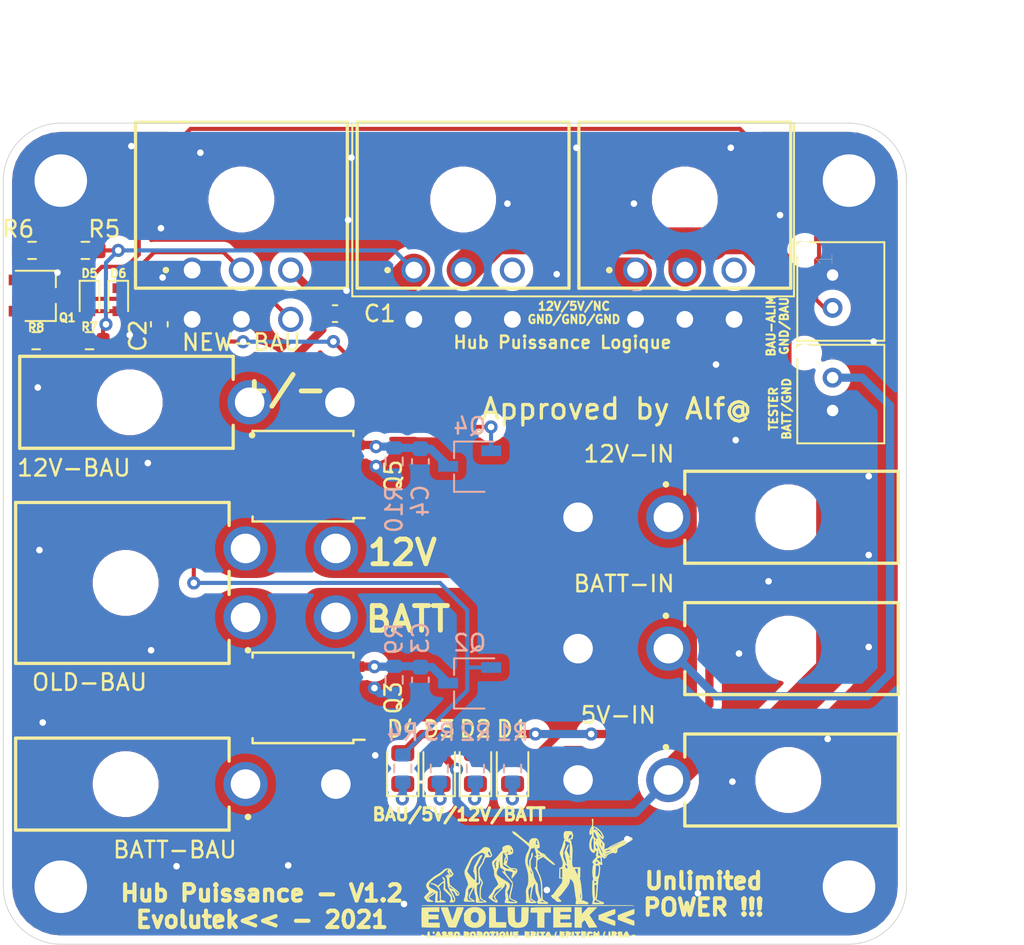
<source format=kicad_pcb>
(kicad_pcb (version 20171130) (host pcbnew "(5.1.8)-1")
  (layers (0 F.Cu signal) (31 B.Cu signal) (34 B.Paste user) (35 F.Paste user) (36 B.SilkS user) (37 F.SilkS user) (38 B.Mask user) (39 F.Mask user) (44 Edge.Cuts user))
  (net 0 "")
  (net 1 /12V-BAU)
  (net 2 GND)
  (net 3 +12V)
  (net 4 +5V)
  (net 5 /BATT-BAU)
  (net 6 +BATT)
  (net 7 "Net-(D1-Pad1)")
  (net 8 "Net-(D2-Pad1)")
  (net 9 "Net-(D3-Pad1)")
  (net 10 "Net-(D4-Pad1)")
  (net 11 "Net-(C3-Pad1)")
  (net 12 "Net-(BAU-ALIM1-Pad2)")
  (net 13 "Net-(C4-Pad1)")
  (net 14 /~BAU)
  (net 15 "Net-(D6-Pad1)")
  (net 16 "Net-(NEW-BAU1-Pad6)")
  (module ComponentsEvo:logo-evo-min (layer F.Cu) (at 52.05 65.85)
    (fp_text reference G*** hide)
    (fp_text value LOGO hide)
  )
  (module Package_TO_SOT_SMD:TSOT-23 (layer B.Cu) (at 48.4 40.9 180)
    (fp_text reference Q4 (at 0 2.45) (layer B.SilkS) (effects (justify mirror)))
    (fp_text value Q_NMOS_GSD)
    (pad 3 smd rect (at 1.31 0 180) (size 1.22 0.65) (layers B.Cu B.Paste B.Mask) (net 13 "Net-(C4-Pad1)"))
    (pad 2 smd rect (at -1.31 -0.95 180) (size 1.22 0.65) (layers B.Cu B.Paste B.Mask) (net 2 GND))
    (pad 1 smd rect (at -1.31 0.95 180) (size 1.22 0.65) (layers B.Cu B.Paste B.Mask) (net 14 /~BAU))
  )
  (module MountingHole:MountingHole_3.2mm_M3_ISO7380_Pad (layer F.Cu) (at 23.5 66.5)
    (fp_text reference REF** hide)
    (fp_text value MountingHole_3.2mm_M3_ISO7380_Pad)
    (pad 1 thru_hole circle (at 0 0) (size 5.7 5.7) (drill 3.2) (layers *.Cu *.Mask) (net 2 GND))
  )
  (module MountingHole:MountingHole_3.2mm_M3_ISO7380_Pad (layer F.Cu) (at 71.5 66.5)
    (fp_text reference REF** hide)
    (fp_text value MountingHole_3.2mm_M3_ISO7380_Pad)
    (pad 1 thru_hole circle (at 0 0) (size 5.7 5.7) (drill 3.2) (layers *.Cu *.Mask) (net 2 GND))
  )
  (module MountingHole:MountingHole_3.2mm_M3_ISO7380_Pad (layer F.Cu) (at 71.5 23.5)
    (fp_text reference REF** hide)
    (fp_text value MountingHole_3.2mm_M3_ISO7380_Pad)
    (pad 1 thru_hole circle (at 0 0) (size 5.7 5.7) (drill 3.2) (layers *.Cu *.Mask) (net 2 GND))
  )
  (module MountingHole:MountingHole_3.2mm_M3_ISO7380_Pad (layer F.Cu) (at 23.5 23.5)
    (fp_text reference REF** hide)
    (fp_text value MountingHole_3.2mm_M3_ISO7380_Pad)
    (pad 1 thru_hole circle (at 0 0) (size 5.7 5.7) (drill 3.2) (layers *.Cu *.Mask) (net 2 GND))
  )
  (module Resistor_SMD:R_0603_1608Metric (layer F.Cu) (at 25 27.75 180)
    (fp_text reference R5 (at -1.15 1.3) (layer F.SilkS))
    (fp_text value 10k)
    (pad 2 smd roundrect (at 0.825 0 180) (size 0.8 0.95) (layers F.Cu F.Paste F.Mask) (net 16 "Net-(NEW-BAU1-Pad6)"))
    (pad 1 smd roundrect (at -0.825 0 180) (size 0.8 0.95) (layers F.Cu F.Paste F.Mask) (net 3 +12V))
  )
  (module Resistor_SMD:R_0603_1608Metric (layer F.Cu) (at 21.75 27.75)
    (fp_text reference R6 (at -0.85 -1.3) (layer F.SilkS))
    (fp_text value 10k)
    (pad 2 smd roundrect (at 0.825 0) (size 0.8 0.95) (layers F.Cu F.Paste F.Mask) (net 16 "Net-(NEW-BAU1-Pad6)"))
    (pad 1 smd roundrect (at -0.825 0) (size 0.8 0.95) (layers F.Cu F.Paste F.Mask) (net 2 GND))
  )
  (module ComponentsEvo:PowerPak-SO8_5.15x6.15mm_Pitch1.27mm (layer F.Cu) (at 38.25 55 180)
    (fp_text reference Q3 (at -5.5 0 90) (layer F.SilkS))
    (fp_text value Q_NMOS_SGD)
    (pad 1 smd rect (at -2.885 -1.905 180) (size 1.7 0.65) (layers F.Cu F.Paste F.Mask) (net 6 +BATT))
    (pad 1 smd rect (at -2.885 -0.635 180) (size 1.7 0.65) (layers F.Cu F.Paste F.Mask) (net 6 +BATT))
    (pad 1 smd rect (at -2.885 0.635 180) (size 1.7 0.65) (layers F.Cu F.Paste F.Mask) (net 6 +BATT))
    (pad 2 smd rect (at -2.885 1.905 180) (size 1.7 0.65) (layers F.Cu F.Paste F.Mask) (net 11 "Net-(C3-Pad1)"))
    (pad 3 smd rect (at 2.885 1.905 180) (size 1.7 0.65) (layers F.Cu F.Paste F.Mask) (net 5 /BATT-BAU))
    (pad 3 smd rect (at 2.885 0.635 180) (size 1.7 0.65) (layers F.Cu F.Paste F.Mask) (net 5 /BATT-BAU))
    (pad 3 smd rect (at 2.885 -0.635 180) (size 1.7 0.65) (layers F.Cu F.Paste F.Mask) (net 5 /BATT-BAU))
    (pad 3 smd rect (at 2.885 -1.905 180) (size 1.7 0.65) (layers F.Cu F.Paste F.Mask) (net 5 /BATT-BAU))
    (pad 3 smd rect (at 0.68 0 180) (size 3.81 3.81) (layers F.Cu F.Paste F.Mask) (net 5 /BATT-BAU))
  )
  (module ConnectorsEvo:66200621022 (layer F.Cu) (at 48 25 180)
    (fp_text reference OUT2 hide)
    (fp_text value Conn_01x06_Male)
    (pad None np_thru_hole circle (at 0 0.35 180) (size 3 3) (drill 3) (layers *.Cu *.Mask))
    (pad 6 thru_hole circle (at -3 -6.95 180) (size 1.53 1.53) (drill 1.02) (layers *.Cu *.Mask) (net 2 GND))
    (pad 3 thru_hole circle (at -3 -3.95 180) (size 1.53 1.53) (drill 1.02) (layers *.Cu *.Mask))
    (pad 5 thru_hole circle (at 0 -6.95 180) (size 1.53 1.53) (drill 1.02) (layers *.Cu *.Mask) (net 2 GND))
    (pad 2 thru_hole circle (at 0 -3.95 180) (size 1.53 1.53) (drill 1.02) (layers *.Cu *.Mask) (net 4 +5V))
    (pad 4 thru_hole circle (at 3 -6.95 180) (size 1.53 1.53) (drill 1.02) (layers *.Cu *.Mask) (net 2 GND))
    (pad 1 thru_hole circle (at 3 -3.95 180) (size 1.53 1.53) (drill 1.02) (layers *.Cu *.Mask) (net 3 +12V))
  )
  (module Package_TO_SOT_SMD:TSOT-23 (layer B.Cu) (at 48.4 54.1 180)
    (fp_text reference Q2 (at 0 2.45) (layer B.SilkS) (effects (justify mirror)))
    (fp_text value Q_NMOS_GSD)
    (pad 1 smd rect (at -1.31 0.95 180) (size 1.22 0.65) (layers B.Cu B.Paste B.Mask) (net 14 /~BAU))
    (pad 2 smd rect (at -1.31 -0.95 180) (size 1.22 0.65) (layers B.Cu B.Paste B.Mask) (net 2 GND))
    (pad 3 smd rect (at 1.31 0 180) (size 1.22 0.65) (layers B.Cu B.Paste B.Mask) (net 11 "Net-(C3-Pad1)"))
  )
  (module ComponentsEvo:PowerPak-SO8_5.15x6.15mm_Pitch1.27mm (layer F.Cu) (at 38.25 41.5 180)
    (fp_text reference Q5 (at -5.5 0 90) (layer F.SilkS))
    (fp_text value Q_NMOS_SGD)
    (pad 3 smd rect (at 0.68 0 180) (size 3.81 3.81) (layers F.Cu F.Paste F.Mask) (net 1 /12V-BAU))
    (pad 3 smd rect (at 2.885 -1.905 180) (size 1.7 0.65) (layers F.Cu F.Paste F.Mask) (net 1 /12V-BAU))
    (pad 3 smd rect (at 2.885 -0.635 180) (size 1.7 0.65) (layers F.Cu F.Paste F.Mask) (net 1 /12V-BAU))
    (pad 3 smd rect (at 2.885 0.635 180) (size 1.7 0.65) (layers F.Cu F.Paste F.Mask) (net 1 /12V-BAU))
    (pad 3 smd rect (at 2.885 1.905 180) (size 1.7 0.65) (layers F.Cu F.Paste F.Mask) (net 1 /12V-BAU))
    (pad 2 smd rect (at -2.885 1.905 180) (size 1.7 0.65) (layers F.Cu F.Paste F.Mask) (net 13 "Net-(C4-Pad1)"))
    (pad 1 smd rect (at -2.885 0.635 180) (size 1.7 0.65) (layers F.Cu F.Paste F.Mask) (net 3 +12V))
    (pad 1 smd rect (at -2.885 -0.635 180) (size 1.7 0.65) (layers F.Cu F.Paste F.Mask) (net 3 +12V))
    (pad 1 smd rect (at -2.885 -1.905 180) (size 1.7 0.65) (layers F.Cu F.Paste F.Mask) (net 3 +12V))
  )
  (module Capacitor_SMD:C_0603_1608Metric (layer F.Cu) (at 29.5 32.25 90)
    (fp_text reference C2 (at -0.7 -1.3 270) (layer F.SilkS))
    (fp_text value 100nF)
    (pad 2 smd roundrect (at 0.775 0 90) (size 0.9 0.95) (layers F.Cu F.Paste F.Mask) (net 2 GND))
    (pad 1 smd roundrect (at -0.775 0 90) (size 0.9 0.95) (layers F.Cu F.Paste F.Mask) (net 14 /~BAU))
  )
  (module Capacitor_SMD:C_0603_1608Metric (layer B.Cu) (at 45.4 53.9 270)
    (fp_text reference C3 (at -2.55 0 90) (layer B.SilkS) (effects (justify mirror)))
    (fp_text value 4.7uF)
    (pad 1 smd roundrect (at -0.775 0 270) (size 0.9 0.95) (layers B.Cu B.Paste B.Mask) (net 11 "Net-(C3-Pad1)"))
    (pad 2 smd roundrect (at 0.775 0 270) (size 0.9 0.95) (layers B.Cu B.Paste B.Mask) (net 2 GND))
  )
  (module Capacitor_SMD:C_0603_1608Metric (layer B.Cu) (at 45.4 40.6 270)
    (fp_text reference C4 (at 2.4 0 270) (layer B.SilkS) (effects (justify mirror)))
    (fp_text value 4.7uF)
    (pad 1 smd roundrect (at -0.775 0 270) (size 0.9 0.95) (layers B.Cu B.Paste B.Mask) (net 13 "Net-(C4-Pad1)"))
    (pad 2 smd roundrect (at 0.775 0 270) (size 0.9 0.95) (layers B.Cu B.Paste B.Mask) (net 2 GND))
  )
  (module Resistor_SMD:R_0603_1608Metric (layer F.Cu) (at 22 33.25 180)
    (fp_text reference R8 (at 0 0.8 180) (layer F.SilkS) (effects (font (size 0.5 0.5) (thickness 0.125))))
    (fp_text value 10k)
    (pad 1 smd roundrect (at -0.825 0 180) (size 0.8 0.95) (layers F.Cu F.Paste F.Mask) (net 14 /~BAU))
    (pad 2 smd roundrect (at 0.825 0 180) (size 0.8 0.95) (layers F.Cu F.Paste F.Mask) (net 2 GND))
  )
  (module Resistor_SMD:R_0603_1608Metric (layer F.Cu) (at 25.25 33.25 180)
    (fp_text reference R7 (at 0 0.85) (layer F.SilkS) (effects (font (size 0.5 0.5) (thickness 0.125))))
    (fp_text value 10k)
    (pad 1 smd roundrect (at -0.825 0 180) (size 0.8 0.95) (layers F.Cu F.Paste F.Mask) (net 3 +12V))
    (pad 2 smd roundrect (at 0.825 0 180) (size 0.8 0.95) (layers F.Cu F.Paste F.Mask) (net 14 /~BAU))
  )
  (module Capacitor_SMD:C_0603_1608Metric (layer F.Cu) (at 40.2 31.6 180)
    (fp_text reference C1 (at -2.725 0) (layer F.SilkS))
    (fp_text value 100nF)
    (pad 2 smd roundrect (at 0.775 0 180) (size 0.9 0.95) (layers F.Cu F.Paste F.Mask) (net 1 /12V-BAU))
    (pad 1 smd roundrect (at -0.775 0 180) (size 0.9 0.95) (layers F.Cu F.Paste F.Mask) (net 2 GND))
  )
  (module Resistor_SMD:R_0603_1608Metric (layer B.Cu) (at 43.8 53.9 270)
    (fp_text reference R9 (at -2.5 0 90) (layer B.SilkS) (effects (justify mirror)))
    (fp_text value 10k)
    (pad 1 smd roundrect (at -0.825 0 270) (size 0.8 0.95) (layers B.Cu B.Paste B.Mask) (net 11 "Net-(C3-Pad1)"))
    (pad 2 smd roundrect (at 0.825 0 270) (size 0.8 0.95) (layers B.Cu B.Paste B.Mask) (net 6 +BATT))
  )
  (module Resistor_SMD:R_0603_1608Metric (layer B.Cu) (at 43.8 40.6 270)
    (fp_text reference R10 (at 2.9 0 270) (layer B.SilkS) (effects (justify mirror)))
    (fp_text value 10k)
    (pad 1 smd roundrect (at -0.825 0 270) (size 0.8 0.95) (layers B.Cu B.Paste B.Mask) (net 13 "Net-(C4-Pad1)"))
    (pad 2 smd roundrect (at 0.825 0 270) (size 0.8 0.95) (layers B.Cu B.Paste B.Mask) (net 3 +12V))
  )
  (module Diode_SMD:D_SOD-523 (layer F.Cu) (at 27 30.75 270)
    (fp_text reference D6 (at -1.6 0) (layer F.SilkS) (effects (font (size 0.5 0.5) (thickness 0.125))))
    (fp_text value D)
    (pad 1 smd rect (at -0.7 0 90) (size 0.6 0.7) (layers F.Cu F.Paste F.Mask) (net 15 "Net-(D6-Pad1)"))
    (pad 2 smd rect (at 0.7 0 90) (size 0.6 0.7) (layers F.Cu F.Paste F.Mask) (net 14 /~BAU))
  )
  (module Diode_SMD:D_SOD-523 (layer F.Cu) (at 25.25 30.75 270)
    (fp_text reference D5 (at -1.6 0) (layer F.SilkS) (effects (font (size 0.5 0.5) (thickness 0.125))))
    (fp_text value D)
    (pad 2 smd rect (at 0.7 0 90) (size 0.6 0.7) (layers F.Cu F.Paste F.Mask) (net 14 /~BAU))
    (pad 1 smd rect (at -0.7 0 90) (size 0.6 0.7) (layers F.Cu F.Paste F.Mask) (net 12 "Net-(BAU-ALIM1-Pad2)"))
  )
  (module ConnectorsEvo:66200621022 (layer F.Cu) (at 34.5 25 180)
    (fp_text reference NEW-BAU (at 0 -8.35 180) (layer F.SilkS))
    (fp_text value Conn_01x06_Male)
    (pad None np_thru_hole circle (at 0 0.35 180) (size 3 3) (drill 3) (layers *.Cu *.Mask))
    (pad 6 thru_hole circle (at -3 -6.95 180) (size 1.53 1.53) (drill 1.02) (layers *.Cu *.Mask) (net 16 "Net-(NEW-BAU1-Pad6)"))
    (pad 3 thru_hole circle (at -3 -3.95 180) (size 1.53 1.53) (drill 1.02) (layers *.Cu *.Mask) (net 1 /12V-BAU))
    (pad 5 thru_hole circle (at 0 -6.95 180) (size 1.53 1.53) (drill 1.02) (layers *.Cu *.Mask) (net 2 GND))
    (pad 2 thru_hole circle (at 0 -3.95 180) (size 1.53 1.53) (drill 1.02) (layers *.Cu *.Mask) (net 15 "Net-(D6-Pad1)"))
    (pad 4 thru_hole circle (at 3 -6.95 180) (size 1.53 1.53) (drill 1.02) (layers *.Cu *.Mask) (net 2 GND))
    (pad 1 thru_hole circle (at 3 -3.95 180) (size 1.53 1.53) (drill 1.02) (layers *.Cu *.Mask) (net 2 GND))
  )
  (module LED_SMD:LED_0805_2012Metric (layer F.Cu) (at 46.542 59.3 90)
    (fp_text reference D3 (at 2.4 0 180) (layer F.SilkS))
    (fp_text value RED)
    (pad 2 smd roundrect (at 0.9375 0 90) (size 0.975 1.4) (layers F.Cu F.Paste F.Mask) (net 4 +5V))
    (pad 1 smd roundrect (at -0.9375 0 90) (size 0.975 1.4) (layers F.Cu F.Paste F.Mask) (net 9 "Net-(D3-Pad1)"))
  )
  (module LED_SMD:LED_0805_2012Metric (layer F.Cu) (at 44.326 59.3 90)
    (fp_text reference D4 (at 2.4 0 180) (layer F.SilkS))
    (fp_text value YELLOW)
    (pad 1 smd roundrect (at -0.9375 0 90) (size 0.975 1.4) (layers F.Cu F.Paste F.Mask) (net 10 "Net-(D4-Pad1)"))
    (pad 2 smd roundrect (at 0.9375 0 90) (size 0.975 1.4) (layers F.Cu F.Paste F.Mask) (net 3 +12V))
  )
  (module Resistor_SMD:R_0603_1608Metric (layer B.Cu) (at 48.75 59.3 90)
    (fp_text reference R2 (at 2.2 0) (layer B.SilkS) (effects (justify mirror)))
    (fp_text value 510)
    (pad 2 smd roundrect (at 0.825 0 90) (size 0.8 0.95) (layers B.Cu B.Paste B.Mask) (net 2 GND))
    (pad 1 smd roundrect (at -0.825 0 90) (size 0.8 0.95) (layers B.Cu B.Paste B.Mask) (net 8 "Net-(D2-Pad1)"))
  )
  (module Resistor_SMD:R_0603_1608Metric (layer B.Cu) (at 46.55 59.3 90)
    (fp_text reference R3 (at 2.2 0) (layer B.SilkS) (effects (justify mirror)))
    (fp_text value 150)
    (pad 1 smd roundrect (at -0.825 0 90) (size 0.8 0.95) (layers B.Cu B.Paste B.Mask) (net 9 "Net-(D3-Pad1)"))
    (pad 2 smd roundrect (at 0.825 0 90) (size 0.8 0.95) (layers B.Cu B.Paste B.Mask) (net 2 GND))
  )
  (module Resistor_SMD:R_0603_1608Metric (layer B.Cu) (at 44.326 59.3 90)
    (fp_text reference R4 (at 2.2 0) (layer B.SilkS) (effects (justify mirror)))
    (fp_text value 510)
    (pad 2 smd roundrect (at 0.825 0 90) (size 0.8 0.95) (layers B.Cu B.Paste B.Mask) (net 14 /~BAU))
    (pad 1 smd roundrect (at -0.825 0 90) (size 0.8 0.95) (layers B.Cu B.Paste B.Mask) (net 10 "Net-(D4-Pad1)"))
  )
  (module LED_SMD:LED_0805_2012Metric (layer F.Cu) (at 48.75 59.3 90)
    (fp_text reference D2 (at 2.4 0 180) (layer F.SilkS))
    (fp_text value RED)
    (pad 1 smd roundrect (at -0.9375 0 90) (size 0.975 1.4) (layers F.Cu F.Paste F.Mask) (net 8 "Net-(D2-Pad1)"))
    (pad 2 smd roundrect (at 0.9375 0 90) (size 0.975 1.4) (layers F.Cu F.Paste F.Mask) (net 3 +12V))
  )
  (module LED_SMD:LED_0805_2012Metric (layer F.Cu) (at 51.012 59.3 90)
    (fp_text reference D1 (at 2.4 0 180) (layer F.SilkS))
    (fp_text value RED)
    (pad 2 smd roundrect (at 0.9375 0 90) (size 0.975 1.4) (layers F.Cu F.Paste F.Mask) (net 6 +BATT))
    (pad 1 smd roundrect (at -0.9375 0 90) (size 0.975 1.4) (layers F.Cu F.Paste F.Mask) (net 7 "Net-(D1-Pad1)"))
  )
  (module Resistor_SMD:R_0603_1608Metric (layer B.Cu) (at 51.012 59.3 90)
    (fp_text reference R1 (at 2.2 0) (layer B.SilkS) (effects (justify mirror)))
    (fp_text value 820)
    (pad 2 smd roundrect (at 0.825 0 90) (size 0.8 0.95) (layers B.Cu B.Paste B.Mask) (net 2 GND))
    (pad 1 smd roundrect (at -0.825 0 90) (size 0.8 0.95) (layers B.Cu B.Paste B.Mask) (net 7 "Net-(D1-Pad1)"))
  )
  (module ConnectorsEvo:66200621022 (layer F.Cu) (at 61.5 25 180)
    (fp_text reference OUT1 hide)
    (fp_text value Conn_01x06_Male)
    (pad 1 thru_hole circle (at 3 -3.95 180) (size 1.53 1.53) (drill 1.02) (layers *.Cu *.Mask) (net 3 +12V))
    (pad 4 thru_hole circle (at 3 -6.95 180) (size 1.53 1.53) (drill 1.02) (layers *.Cu *.Mask) (net 2 GND))
    (pad 2 thru_hole circle (at 0 -3.95 180) (size 1.53 1.53) (drill 1.02) (layers *.Cu *.Mask) (net 4 +5V))
    (pad 5 thru_hole circle (at 0 -6.95 180) (size 1.53 1.53) (drill 1.02) (layers *.Cu *.Mask) (net 2 GND))
    (pad 3 thru_hole circle (at -3 -3.95 180) (size 1.53 1.53) (drill 1.02) (layers *.Cu *.Mask))
    (pad 6 thru_hole circle (at -3 -6.95 180) (size 1.53 1.53) (drill 1.02) (layers *.Cu *.Mask) (net 2 GND))
    (pad None np_thru_hole circle (at 0 0.35 180) (size 3 3) (drill 3) (layers *.Cu *.Mask))
  )
  (module ConnectorsEvo:649002227222 (layer F.Cu) (at 27.25 60.25 270)
    (fp_text reference BATT-BAU (at 4 -3.2 unlocked) (layer F.SilkS))
    (fp_text value Conn_01x02_Male)
    (pad None np_thru_hole circle (at 0 -0.2 270) (size 3 3) (drill 3) (layers *.Cu *.Mask))
    (pad 2 thru_hole circle (at 0 -13 270) (size 2.7 2.7) (drill 1.8) (layers *.Cu *.Mask) (net 2 GND))
    (pad 1 thru_hole circle (at 0 -7.5 270) (size 2.7 2.7) (drill 1.8) (layers *.Cu *.Mask) (net 5 /BATT-BAU))
  )
  (module ConnectorsEvo:649002227222 (layer F.Cu) (at 27.5 37 270)
    (fp_text reference 12V-BAU (at 4 3.2 unlocked) (layer F.SilkS))
    (fp_text value Conn_01x02_Male)
    (pad 1 thru_hole circle (at 0 -7.5 270) (size 2.7 2.7) (drill 1.8) (layers *.Cu *.Mask) (net 1 /12V-BAU))
    (pad 2 thru_hole circle (at 0 -13 270) (size 2.7 2.7) (drill 1.8) (layers *.Cu *.Mask) (net 2 GND))
    (pad None np_thru_hole circle (at 0 -0.2 270) (size 3 3) (drill 3) (layers *.Cu *.Mask))
  )
  (module ConnectorsEvo:649002227222 (layer F.Cu) (at 68 44 90)
    (fp_text reference 12V-IN (at 3.85 -9.9 180) (layer F.SilkS))
    (fp_text value Conn_01x02_Male)
    (pad None np_thru_hole circle (at 0 -0.2 90) (size 3 3) (drill 3) (layers *.Cu *.Mask))
    (pad 2 thru_hole circle (at 0 -13 90) (size 2.7 2.7) (drill 1.8) (layers *.Cu *.Mask) (net 2 GND))
    (pad 1 thru_hole circle (at 0 -7.5 90) (size 2.7 2.7) (drill 1.8) (layers *.Cu *.Mask) (net 3 +12V))
  )
  (module ConnectorsEvo:649002227222 (layer F.Cu) (at 68 60 90)
    (fp_text reference 5V-IN (at 3.95 -10.55 180) (layer F.SilkS))
    (fp_text value Conn_01x02_Male)
    (pad 1 thru_hole circle (at 0 -7.5 90) (size 2.7 2.7) (drill 1.8) (layers *.Cu *.Mask) (net 4 +5V))
    (pad 2 thru_hole circle (at 0 -13 90) (size 2.7 2.7) (drill 1.8) (layers *.Cu *.Mask) (net 2 GND))
    (pad None np_thru_hole circle (at 0 -0.2 90) (size 3 3) (drill 3) (layers *.Cu *.Mask))
  )
  (module ConnectorsEvo:649002227222 (layer F.Cu) (at 68 52 90)
    (fp_text reference BATT-IN (at 3.95 -10.2 180) (layer F.SilkS))
    (fp_text value Conn_01x02_Male)
    (pad None np_thru_hole circle (at 0 -0.2 90) (size 3 3) (drill 3) (layers *.Cu *.Mask))
    (pad 2 thru_hole circle (at 0 -13 90) (size 2.7 2.7) (drill 1.8) (layers *.Cu *.Mask) (net 2 GND))
    (pad 1 thru_hole circle (at 0 -7.5 90) (size 2.7 2.7) (drill 1.8) (layers *.Cu *.Mask) (net 6 +BATT))
  )
  (module ConnectorsEvo:649004227222 (layer F.Cu) (at 27.25 48 270)
    (fp_text reference OLD-BAU (at 6.05 2 unlocked) (layer F.SilkS))
    (fp_text value Conn_01x04_Male)
    (pad None np_thru_hole circle (at 0 -0.2 270) (size 3 3) (drill 3) (layers *.Cu *.Mask))
    (pad 4 thru_hole circle (at -2.1 -13 270) (size 2.7 2.7) (drill 1.8) (layers *.Cu *.Mask) (net 3 +12V))
    (pad 2 thru_hole circle (at -2.1 -7.5 270) (size 2.7 2.7) (drill 1.8) (layers *.Cu *.Mask) (net 1 /12V-BAU))
    (pad 3 thru_hole circle (at 2.1 -13 270) (size 2.7 2.7) (drill 1.8) (layers *.Cu *.Mask) (net 6 +BATT))
    (pad 1 thru_hole circle (at 2.1 -7.5 270) (size 2.7 2.7) (drill 1.8) (layers *.Cu *.Mask) (net 5 /BATT-BAU))
  )
  (module ConnectorsEvo:B02B-PASK (layer F.Cu) (at 70.5 30.25 90)
    (fp_text reference BAU-ALIM1 hide)
    (fp_text value Conn_01x02_Male)
    (fp_text user 1 (at 1.968 -0.5 90) (layer F.SilkS) (effects (font (thickness 0.015))))
    (pad None np_thru_hole circle (at 2.5 -1.7 90) (size 1.1 1.1) (drill 1.1) (layers *.Cu *.Mask))
    (pad 2 thru_hole circle (at -1 0 90) (size 1.208 1.208) (drill 0.7) (layers *.Cu *.Mask) (net 12 "Net-(BAU-ALIM1-Pad2)"))
    (pad 1 thru_hole circle (at 1 0 90) (size 1.208 1.208) (drill 0.7) (layers *.Cu *.Mask B.Adhes) (net 2 GND))
  )
  (module ConnectorsEvo:B02B-PASK (layer F.Cu) (at 70.5 36.5 90)
    (fp_text reference Tester1 hide)
    (fp_text value Conn_01x02_Male)
    (fp_text user 1 (at 1.968 -0.5 90) (layer F.SilkS) (effects (font (thickness 0.015))))
    (pad 1 thru_hole circle (at 1 0 90) (size 1.208 1.208) (drill 0.7) (layers *.Cu *.Mask B.Adhes) (net 6 +BATT))
    (pad 2 thru_hole circle (at -1 0 90) (size 1.208 1.208) (drill 0.7) (layers *.Cu *.Mask) (net 2 GND))
    (pad None np_thru_hole circle (at 2.5 -1.7 90) (size 1.1 1.1) (drill 1.1) (layers *.Cu *.Mask))
  )
  (module Package_TO_SOT_SMD:TSOT-23 (layer F.Cu) (at 22.25 30.5)
    (fp_text reference Q1 (at 1.65 1.35) (layer F.SilkS) (effects (font (size 0.5 0.5) (thickness 0.125))))
    (fp_text value Q_NMOS_GSD)
    (pad 1 smd rect (at -1.31 -0.95) (size 1.22 0.65) (layers F.Cu F.Paste F.Mask) (net 16 "Net-(NEW-BAU1-Pad6)"))
    (pad 2 smd rect (at -1.31 0.95) (size 1.22 0.65) (layers F.Cu F.Paste F.Mask) (net 2 GND))
    (pad 3 smd rect (at 1.31 0) (size 1.22 0.65) (layers F.Cu F.Paste F.Mask) (net 14 /~BAU))
  )
  (gr_text "12V/5V/NC\nGND/GND/GND" (at 54.75 31.55) (layer F.SilkS) (effects (font (size 0.5 0.5) (thickness 0.125))))
  (gr_text "Hub Puissance Logique" (at 54.05 33.35) (layer F.SilkS) (effects (font (size 0.75 0.75))))
  (gr_line (start 68.15 30.55) (end 68.15 20) (layer F.SilkS) (width 0.12))
  (gr_line (start 41.25 30.55) (end 68.15 30.55) (layer F.SilkS) (width 0.12))
  (gr_line (start 41.25 20) (end 41.25 30.55) (layer F.SilkS) (width 0.12))
  (gr_text BAU/5V/12V/BATT (at 47.75 62.1) (layer F.SilkS) (effects (font (size 0.75 0.75) (thickness 0.1875))))
  (gr_text 12V (at 44.3 46.15) (layer F.SilkS) (effects (font (size 1.5 1.5) (thickness 0.3))))
  (gr_text BATT (at 44.65 50.2) (layer F.SilkS) (effects (font (size 1.5 1.5) (thickness 0.3))))
  (gr_text "BAU-ALIM\nGND/BAU\n" (at 67.15 32.35 90) (layer F.SilkS) (effects (font (size 0.5 0.5) (thickness 0.125))))
  (gr_text "Unlimited\nPOWER !!!" (at 62.65 66.95) (layer F.SilkS) (effects (font (size 1 1) (thickness 0.25))))
  (gr_text "TESTER\nBATT/GND" (at 67.3 37.4 90) (layer F.SilkS) (effects (font (size 0.5 0.5) (thickness 0.125))))
  (gr_text +/- (at 37 36.2) (layer F.SilkS) (effects (font (size 1.5 1.5) (thickness 0.3))))
  (gr_text "Approved by Alf@" (at 57.35 37.4) (layer F.SilkS) (effects (font (size 1.25 1.25) (thickness 0.2))))
  (gr_text "Hub Puissance - V1.2\nEvolutek<< - 2021" (at 35.75 67.7) (layer F.SilkS) (effects (font (size 1 1) (thickness 0.25))))
  (gr_arc (start 23.5 66.5) (end 20 66.5) (angle -90) (layer Edge.Cuts) (width 0.05))
  (gr_arc (start 23.5 23.5) (end 23.5 20) (angle -90) (layer Edge.Cuts) (width 0.05))
  (gr_arc (start 71.5 23.5) (end 75 23.5) (angle -90) (layer Edge.Cuts) (width 0.05))
  (gr_arc (start 71.5 66.5) (end 71.5 70) (angle -90) (layer Edge.Cuts) (width 0.05))
  (gr_line (start 20 66.5) (end 20 23.5) (layer Edge.Cuts) (width 0.05))
  (gr_line (start 71.5 70) (end 23.5 70) (layer Edge.Cuts) (width 0.05))
  (gr_line (start 75 23.5) (end 75 66.5) (layer Edge.Cuts) (width 0.05))
  (gr_line (start 23.5 20) (end 71.5 20) (layer Edge.Cuts) (width 0.05))
  (segment (start 39.425 32.575) (end 39.425 31.6) (width 0.5) (layer F.Cu) (net 1))
  (segment (start 35 37) (end 39.425 32.575) (width 0.5) (layer F.Cu) (net 1))
  (segment (start 39.425 30.875) (end 37.5 28.95) (width 0.5) (layer F.Cu) (net 1))
  (segment (start 39.425 31.6) (end 39.425 30.875) (width 0.5) (layer F.Cu) (net 1))
  (via (at 40.9 30.2) (size 0.8) (drill 0.4) (layers F.Cu B.Cu) (net 2))
  (via (at 41 25.9) (size 0.8) (drill 0.4) (layers F.Cu B.Cu) (net 2))
  (via (at 41.2 22.1) (size 0.8) (drill 0.4) (layers F.Cu B.Cu) (net 2))
  (via (at 32 21.8) (size 0.8) (drill 0.4) (layers F.Cu B.Cu) (net 2))
  (via (at 29.6 26.4) (size 0.8) (drill 0.4) (layers F.Cu B.Cu) (net 2))
  (via (at 54.9 21.5) (size 0.8) (drill 0.4) (layers F.Cu B.Cu) (net 2))
  (via (at 50.7 24.9) (size 0.8) (drill 0.4) (layers F.Cu B.Cu) (net 2))
  (via (at 58.4 24.9) (size 0.8) (drill 0.4) (layers F.Cu B.Cu) (net 2))
  (via (at 64.3 21.5) (size 0.8) (drill 0.4) (layers F.Cu B.Cu) (net 2))
  (via (at 67.3 25.6) (size 0.8) (drill 0.4) (layers F.Cu B.Cu) (net 2))
  (via (at 53.7 29.2) (size 0.8) (drill 0.4) (layers F.Cu B.Cu) (net 2))
  (via (at 63.4 34.7) (size 0.8) (drill 0.4) (layers F.Cu B.Cu) (net 2))
  (via (at 64.6 39.3) (size 0.8) (drill 0.4) (layers F.Cu B.Cu) (net 2))
  (via (at 66.6 47.9) (size 0.8) (drill 0.4) (layers F.Cu B.Cu) (net 2))
  (via (at 64.8 52.3) (size 0.8) (drill 0.4) (layers F.Cu B.Cu) (net 2))
  (via (at 73 33.3) (size 0.8) (drill 0.4) (layers F.Cu B.Cu) (net 2))
  (via (at 72.7 41.5) (size 0.8) (drill 0.4) (layers F.Cu B.Cu) (net 2))
  (via (at 72.7 46.3) (size 0.8) (drill 0.4) (layers F.Cu B.Cu) (net 2))
  (via (at 72.7 51.9) (size 0.8) (drill 0.4) (layers F.Cu B.Cu) (net 2))
  (via (at 70.2 57.5) (size 0.8) (drill 0.4) (layers F.Cu B.Cu) (net 2))
  (via (at 64.4 60.1) (size 0.8) (drill 0.4) (layers F.Cu B.Cu) (net 2))
  (via (at 58 63.6) (size 0.8) (drill 0.4) (layers F.Cu B.Cu) (net 2))
  (via (at 62.3 66.9) (size 0.8) (drill 0.4) (layers F.Cu B.Cu) (net 2))
  (via (at 53.1 66.7) (size 0.8) (drill 0.4) (layers F.Cu B.Cu) (net 2))
  (via (at 44.4 67.55) (size 0.8) (drill 0.4) (layers F.Cu B.Cu) (net 2))
  (via (at 37.35 65.2) (size 0.8) (drill 0.4) (layers F.Cu B.Cu) (net 2))
  (via (at 30.55 65.25) (size 0.8) (drill 0.4) (layers F.Cu B.Cu) (net 2))
  (via (at 42.65 58.5) (size 0.8) (drill 0.4) (layers F.Cu B.Cu) (net 2))
  (via (at 22.4 56.5) (size 0.8) (drill 0.4) (layers F.Cu B.Cu) (net 2))
  (via (at 29 52.1) (size 0.8) (drill 0.4) (layers F.Cu B.Cu) (net 2))
  (via (at 22.2 46) (size 0.8) (drill 0.4) (layers F.Cu B.Cu) (net 2))
  (via (at 28.8 40.7) (size 0.8) (drill 0.4) (layers F.Cu B.Cu) (net 2))
  (via (at 22.1 36.1) (size 0.8) (drill 0.4) (layers F.Cu B.Cu) (net 2))
  (via (at 23.3 29.1) (size 0.8) (drill 0.4) (layers F.Cu B.Cu) (net 2))
  (via (at 27.7 32.9) (size 0.8) (drill 0.4) (layers F.Cu B.Cu) (net 2))
  (via (at 27.8 21.4) (size 0.8) (drill 0.4) (layers F.Cu B.Cu) (net 2))
  (via (at 29.7 29.4) (size 0.8) (drill 0.4) (layers F.Cu B.Cu) (net 2))
  (via (at 26.25 32.25) (size 0.8) (drill 0.4) (layers F.Cu B.Cu) (net 3))
  (segment (start 26.075 32.425) (end 26.25 32.25) (width 0.25) (layer F.Cu) (net 3))
  (segment (start 26.075 33.25) (end 26.075 32.425) (width 0.25) (layer F.Cu) (net 3))
  (via (at 27 27.75) (size 0.8) (drill 0.4) (layers F.Cu B.Cu) (net 3))
  (segment (start 26.25 28.5) (end 27 27.75) (width 0.25) (layer B.Cu) (net 3))
  (segment (start 26.25 32.25) (end 26.25 28.5) (width 0.25) (layer B.Cu) (net 3))
  (segment (start 27 27.75) (end 25.825 27.75) (width 0.25) (layer F.Cu) (net 3))
  (segment (start 43.8 27.75) (end 45 28.95) (width 0.25) (layer B.Cu) (net 3))
  (segment (start 27 27.75) (end 43.8 27.75) (width 0.25) (layer B.Cu) (net 3))
  (segment (start 43.034999 32.893201) (end 44.441798 34.3) (width 2) (layer F.Cu) (net 3))
  (segment (start 43.034999 30.915001) (end 43.034999 32.893201) (width 2) (layer F.Cu) (net 3))
  (segment (start 45 28.95) (end 43.034999 30.915001) (width 2) (layer F.Cu) (net 3))
  (segment (start 44.441798 34.3) (end 53.241798 34.3) (width 2) (layer F.Cu) (net 3))
  (segment (start 57.9 34.3) (end 60.5 36.9) (width 2) (layer F.Cu) (net 3))
  (segment (start 60.5 36.9) (end 60.5 44) (width 2) (layer F.Cu) (net 3))
  (segment (start 53.241798 34.3) (end 57.9 34.3) (width 2) (layer F.Cu) (net 3))
  (segment (start 57.514991 29.185009) (end 58.5 29.185009) (width 2) (layer F.Cu) (net 3))
  (segment (start 55.1 31.6) (end 57.514991 29.185009) (width 2) (layer F.Cu) (net 3))
  (segment (start 55.1 34.3) (end 55.1 31.6) (width 2) (layer F.Cu) (net 3))
  (via (at 42.7 40.9) (size 0.8) (drill 0.4) (layers F.Cu B.Cu) (net 3))
  (segment (start 43.225 41.425) (end 42.7 40.9) (width 0.5) (layer B.Cu) (net 3))
  (segment (start 43.8 41.425) (end 43.225 41.425) (width 0.5) (layer B.Cu) (net 3))
  (segment (start 41.17 40.9) (end 41.135 40.865) (width 0.5) (layer F.Cu) (net 3))
  (segment (start 42.7 40.9) (end 41.17 40.9) (width 0.5) (layer F.Cu) (net 3))
  (segment (start 61.2 57.2) (end 55.799998 57.2) (width 0.5) (layer F.Cu) (net 3))
  (segment (start 63 46.5) (end 63 55.4) (width 0.5) (layer F.Cu) (net 3))
  (segment (start 60.5 44) (end 63 46.5) (width 0.5) (layer F.Cu) (net 3))
  (segment (start 63 55.4) (end 61.2 57.2) (width 0.5) (layer F.Cu) (net 3))
  (via (at 55.799998 57.2) (size 0.8) (drill 0.4) (layers F.Cu B.Cu) (net 3))
  (segment (start 48.75 57.850012) (end 49.400006 57.200006) (width 0.5) (layer F.Cu) (net 3))
  (segment (start 48.75 58.3625) (end 48.75 57.850012) (width 0.5) (layer F.Cu) (net 3))
  (segment (start 47.338494 57.200006) (end 49.400006 57.200006) (width 0.5) (layer F.Cu) (net 3))
  (segment (start 45.488494 57.200006) (end 47.338494 57.200006) (width 0.5) (layer F.Cu) (net 3))
  (segment (start 44.326 58.3625) (end 45.488494 57.200006) (width 0.5) (layer F.Cu) (net 3))
  (via (at 52.4 57.200006) (size 0.8) (drill 0.4) (layers F.Cu B.Cu) (net 3))
  (segment (start 52.400006 57.2) (end 52.4 57.200006) (width 0.5) (layer B.Cu) (net 3))
  (segment (start 49.400006 57.200006) (end 52.4 57.200006) (width 0.5) (layer F.Cu) (net 3))
  (segment (start 55.799998 57.2) (end 52.400006 57.2) (width 0.5) (layer B.Cu) (net 3))
  (segment (start 49.965001 26.984999) (end 48 28.95) (width 2) (layer F.Cu) (net 4))
  (segment (start 59.443201 26.984999) (end 49.965001 26.984999) (width 2) (layer F.Cu) (net 4))
  (segment (start 59.808203 27.350001) (end 59.443201 26.984999) (width 2) (layer F.Cu) (net 4))
  (segment (start 61.5 27.5) (end 61.649999 27.350001) (width 2) (layer F.Cu) (net 4))
  (segment (start 61.5 28.95) (end 61.5 27.5) (width 2) (layer F.Cu) (net 4))
  (segment (start 61.649999 27.350001) (end 59.808203 27.350001) (width 2) (layer F.Cu) (net 4))
  (segment (start 46.542 58.3625) (end 46.542 58.358) (width 0.5) (layer F.Cu) (net 4))
  (segment (start 63.191797 27.350001) (end 61.649999 27.350001) (width 2) (layer F.Cu) (net 4))
  (segment (start 63.556799 26.984999) (end 63.191797 27.350001) (width 2) (layer F.Cu) (net 4))
  (segment (start 70.500001 40.169923) (end 67 36.669922) (width 2) (layer F.Cu) (net 4))
  (segment (start 65.443201 26.984999) (end 63.556799 26.984999) (width 2) (layer F.Cu) (net 4))
  (segment (start 70.500001 53.296001) (end 70.500001 40.169923) (width 2) (layer F.Cu) (net 4))
  (segment (start 67 36.669922) (end 67 28.541798) (width 2) (layer F.Cu) (net 4))
  (segment (start 66.496003 57.299999) (end 70.500001 53.296001) (width 2) (layer F.Cu) (net 4))
  (segment (start 67 28.541798) (end 65.443201 26.984999) (width 2) (layer F.Cu) (net 4))
  (segment (start 63.200001 57.299999) (end 66.496003 57.299999) (width 2) (layer F.Cu) (net 4))
  (segment (start 60.5 60) (end 63.200001 57.299999) (width 2) (layer F.Cu) (net 4))
  (via (at 47.6 59.35) (size 0.8) (drill 0.4) (layers F.Cu B.Cu) (net 4))
  (segment (start 46.6125 58.3625) (end 47.6 59.35) (width 0.5) (layer F.Cu) (net 4))
  (segment (start 46.542 58.3625) (end 46.6125 58.3625) (width 0.5) (layer F.Cu) (net 4))
  (segment (start 58.499999 62.000001) (end 60.5 60) (width 0.5) (layer B.Cu) (net 4))
  (segment (start 48.291999 62.000001) (end 58.499999 62.000001) (width 0.5) (layer B.Cu) (net 4))
  (segment (start 47.6 61.308002) (end 48.291999 62.000001) (width 0.5) (layer B.Cu) (net 4))
  (segment (start 47.6 59.35) (end 47.6 61.308002) (width 0.5) (layer B.Cu) (net 4))
  (via (at 42.6 54.4) (size 0.8) (drill 0.4) (layers F.Cu B.Cu) (net 6))
  (segment (start 42.925 54.725) (end 42.6 54.4) (width 0.5) (layer B.Cu) (net 6))
  (segment (start 43.8 54.725) (end 42.925 54.725) (width 0.5) (layer B.Cu) (net 6))
  (segment (start 41.17 54.4) (end 41.135 54.365) (width 0.5) (layer F.Cu) (net 6))
  (segment (start 42.6 54.4) (end 41.17 54.4) (width 0.5) (layer F.Cu) (net 6))
  (segment (start 63.4 54.9) (end 60.5 52) (width 0.5) (layer B.Cu) (net 6))
  (segment (start 72.6 54.9) (end 63.4 54.9) (width 0.5) (layer B.Cu) (net 6))
  (segment (start 74 53.5) (end 72.6 54.9) (width 0.5) (layer B.Cu) (net 6))
  (segment (start 72.3 35.5) (end 74 37.2) (width 0.5) (layer B.Cu) (net 6))
  (segment (start 74 37.2) (end 74 53.5) (width 0.5) (layer B.Cu) (net 6))
  (segment (start 70.5 35.5) (end 72.3 35.5) (width 0.5) (layer B.Cu) (net 6))
  (segment (start 59.150001 53.349999) (end 60.5 52) (width 0.5) (layer F.Cu) (net 6))
  (segment (start 57.658005 53.349999) (end 59.150001 53.349999) (width 0.5) (layer F.Cu) (net 6))
  (segment (start 52.645504 58.3625) (end 57.658005 53.349999) (width 0.5) (layer F.Cu) (net 6))
  (segment (start 51.012 58.3625) (end 52.645504 58.3625) (width 0.5) (layer F.Cu) (net 6))
  (via (at 51 61.15) (size 0.8) (drill 0.4) (layers F.Cu B.Cu) (net 7))
  (segment (start 51 60.2495) (end 51.012 60.2375) (width 0.5) (layer F.Cu) (net 7))
  (segment (start 51 61.15) (end 51 60.2495) (width 0.5) (layer F.Cu) (net 7))
  (segment (start 51.012 61.138) (end 51 61.15) (width 0.5) (layer B.Cu) (net 7))
  (segment (start 51.012 60.125) (end 51.012 61.138) (width 0.5) (layer B.Cu) (net 7))
  (via (at 48.7 61.15) (size 0.8) (drill 0.4) (layers F.Cu B.Cu) (net 8))
  (segment (start 48.75 61.1) (end 48.7 61.15) (width 0.5) (layer F.Cu) (net 8))
  (segment (start 48.75 60.2375) (end 48.75 61.1) (width 0.5) (layer F.Cu) (net 8))
  (segment (start 48.75 61.1) (end 48.7 61.15) (width 0.5) (layer B.Cu) (net 8))
  (segment (start 48.75 60.125) (end 48.75 61.1) (width 0.5) (layer B.Cu) (net 8))
  (via (at 46.6 61.15) (size 0.8) (drill 0.4) (layers F.Cu B.Cu) (net 9))
  (segment (start 46.6 60.2955) (end 46.542 60.2375) (width 0.5) (layer F.Cu) (net 9))
  (segment (start 46.6 61.15) (end 46.6 60.2955) (width 0.5) (layer F.Cu) (net 9))
  (segment (start 46.55 61.1) (end 46.6 61.15) (width 0.5) (layer B.Cu) (net 9))
  (segment (start 46.55 60.125) (end 46.55 61.1) (width 0.5) (layer B.Cu) (net 9))
  (via (at 44.3 61.15) (size 0.8) (drill 0.4) (layers F.Cu B.Cu) (net 10))
  (segment (start 44.326 61.124) (end 44.3 61.15) (width 0.5) (layer F.Cu) (net 10))
  (segment (start 44.326 60.2375) (end 44.326 61.124) (width 0.5) (layer F.Cu) (net 10))
  (segment (start 44.326 61.124) (end 44.3 61.15) (width 0.5) (layer B.Cu) (net 10))
  (segment (start 44.326 60.125) (end 44.326 61.124) (width 0.5) (layer B.Cu) (net 10))
  (via (at 42.6 53.1) (size 0.8) (drill 0.4) (layers F.Cu B.Cu) (net 11))
  (segment (start 42.595 53.095) (end 42.6 53.1) (width 0.5) (layer F.Cu) (net 11))
  (segment (start 41.135 53.095) (end 42.595 53.095) (width 0.5) (layer F.Cu) (net 11))
  (segment (start 43.775 53.1) (end 43.8 53.075) (width 0.5) (layer B.Cu) (net 11))
  (segment (start 42.6 53.1) (end 43.775 53.1) (width 0.5) (layer B.Cu) (net 11))
  (segment (start 45.35 53.075) (end 45.4 53.125) (width 0.5) (layer B.Cu) (net 11))
  (segment (start 43.8 53.075) (end 45.35 53.075) (width 0.5) (layer B.Cu) (net 11))
  (segment (start 46.115 53.125) (end 47.09 54.1) (width 0.5) (layer B.Cu) (net 11))
  (segment (start 45.4 53.125) (end 46.115 53.125) (width 0.5) (layer B.Cu) (net 11))
  (segment (start 26 28.75) (end 25.25 29.5) (width 0.25) (layer F.Cu) (net 12))
  (segment (start 28.25 23.5) (end 28.25 28) (width 0.25) (layer F.Cu) (net 12))
  (segment (start 69.5 28.345002) (end 69.675001 28.170001) (width 0.25) (layer F.Cu) (net 12))
  (segment (start 64.85001 20.35001) (end 31.39999 20.35001) (width 0.25) (layer F.Cu) (net 12))
  (segment (start 69.5 30.75) (end 69.5 28.345002) (width 0.25) (layer F.Cu) (net 12))
  (segment (start 27.5 28.75) (end 26 28.75) (width 0.25) (layer F.Cu) (net 12))
  (segment (start 28.25 28) (end 27.5 28.75) (width 0.25) (layer F.Cu) (net 12))
  (segment (start 69.675001 27.329999) (end 69.5 27.154998) (width 0.25) (layer F.Cu) (net 12))
  (segment (start 69.5 27.154998) (end 69.5 26.199002) (width 0.25) (layer F.Cu) (net 12))
  (segment (start 25.25 29.5) (end 25.25 30.05) (width 0.25) (layer F.Cu) (net 12))
  (segment (start 69.675001 28.170001) (end 69.675001 27.329999) (width 0.25) (layer F.Cu) (net 12))
  (segment (start 68.324999 25.024001) (end 68.324999 23.824999) (width 0.25) (layer F.Cu) (net 12))
  (segment (start 68.324999 23.824999) (end 64.85001 20.35001) (width 0.25) (layer F.Cu) (net 12))
  (segment (start 69.5 26.199002) (end 68.324999 25.024001) (width 0.25) (layer F.Cu) (net 12))
  (segment (start 31.39999 20.35001) (end 28.25 23.5) (width 0.25) (layer F.Cu) (net 12))
  (segment (start 70 31.25) (end 69.5 30.75) (width 0.25) (layer F.Cu) (net 12))
  (segment (start 70.5 31.25) (end 70 31.25) (width 0.25) (layer F.Cu) (net 12))
  (via (at 42.7 39.7) (size 0.8) (drill 0.4) (layers F.Cu B.Cu) (net 13))
  (segment (start 42.595 39.595) (end 42.7 39.7) (width 0.5) (layer F.Cu) (net 13))
  (segment (start 41.135 39.595) (end 42.595 39.595) (width 0.5) (layer F.Cu) (net 13))
  (segment (start 43.725 39.7) (end 43.8 39.775) (width 0.5) (layer B.Cu) (net 13))
  (segment (start 42.7 39.7) (end 43.725 39.7) (width 0.5) (layer B.Cu) (net 13))
  (segment (start 45.35 39.775) (end 45.4 39.825) (width 0.5) (layer B.Cu) (net 13))
  (segment (start 43.8 39.775) (end 45.35 39.775) (width 0.5) (layer B.Cu) (net 13))
  (segment (start 46.015 39.825) (end 47.09 40.9) (width 0.5) (layer B.Cu) (net 13))
  (segment (start 45.4 39.825) (end 46.015 39.825) (width 0.5) (layer B.Cu) (net 13))
  (segment (start 22.825 33.25) (end 24.425 33.25) (width 0.25) (layer F.Cu) (net 14))
  (segment (start 25.25 32.425) (end 24.425 33.25) (width 0.25) (layer F.Cu) (net 14))
  (segment (start 25.25 31.45) (end 25.25 32.425) (width 0.25) (layer F.Cu) (net 14))
  (segment (start 25.25 31.45) (end 27 31.45) (width 0.25) (layer F.Cu) (net 14))
  (segment (start 27.925 31.45) (end 29.5 33.025) (width 0.25) (layer F.Cu) (net 14))
  (segment (start 27 31.45) (end 27.925 31.45) (width 0.25) (layer F.Cu) (net 14))
  (via (at 31.6 48) (size 0.8) (drill 0.4) (layers F.Cu B.Cu) (net 14))
  (segment (start 31.6 34.1) (end 31.6 48) (width 0.25) (layer F.Cu) (net 14))
  (segment (start 31 33.3) (end 31.6 33.9) (width 0.25) (layer F.Cu) (net 14))
  (segment (start 31.6 33.9) (end 31.6 34.1) (width 0.25) (layer F.Cu) (net 14))
  (segment (start 29.775 33.3) (end 31 33.3) (width 0.25) (layer F.Cu) (net 14))
  (segment (start 29.5 33.025) (end 29.775 33.3) (width 0.25) (layer F.Cu) (net 14))
  (segment (start 31.6 33.9) (end 32.2 33.3) (width 0.25) (layer F.Cu) (net 14))
  (segment (start 24.05 31.45) (end 25.25 31.45) (width 0.25) (layer F.Cu) (net 14))
  (segment (start 23.56 30.96) (end 24.05 31.45) (width 0.25) (layer F.Cu) (net 14))
  (segment (start 23.56 30.5) (end 23.56 30.96) (width 0.25) (layer F.Cu) (net 14))
  (via (at 34.600835 33.311273) (size 0.8) (drill 0.4) (layers F.Cu B.Cu) (net 14))
  (segment (start 34.589562 33.3) (end 34.600835 33.311273) (width 0.25) (layer F.Cu) (net 14))
  (segment (start 32.2 33.3) (end 34.589562 33.3) (width 0.25) (layer F.Cu) (net 14))
  (via (at 40.1 33.3) (size 0.8) (drill 0.4) (layers F.Cu B.Cu) (net 14))
  (segment (start 40.088727 33.311273) (end 40.1 33.3) (width 0.25) (layer B.Cu) (net 14))
  (segment (start 34.600835 33.311273) (end 40.088727 33.311273) (width 0.25) (layer B.Cu) (net 14))
  (via (at 49.7 38.5) (size 0.8) (drill 0.4) (layers F.Cu B.Cu) (net 14))
  (segment (start 45.3 38.5) (end 49.7 38.5) (width 0.25) (layer F.Cu) (net 14))
  (segment (start 40.1 33.3) (end 45.3 38.5) (width 0.25) (layer F.Cu) (net 14))
  (segment (start 49.7 39.94) (end 49.71 39.95) (width 0.25) (layer B.Cu) (net 14))
  (segment (start 49.7 38.5) (end 49.7 39.94) (width 0.25) (layer B.Cu) (net 14))
  (segment (start 49.71 53.15) (end 48.25 53.15) (width 0.25) (layer B.Cu) (net 14))
  (segment (start 46.6 48) (end 31.6 48) (width 0.25) (layer B.Cu) (net 14))
  (segment (start 48.25 49.65) (end 46.6 48) (width 0.25) (layer B.Cu) (net 14))
  (segment (start 48.25 53.15) (end 48.25 49.65) (width 0.25) (layer B.Cu) (net 14))
  (segment (start 48.25 54.551) (end 48.25 53.15) (width 0.25) (layer B.Cu) (net 14))
  (segment (start 44.326 58.475) (end 48.25 54.551) (width 0.25) (layer B.Cu) (net 14))
  (segment (start 33.409999 27.859999) (end 34.5 28.95) (width 0.25) (layer F.Cu) (net 15))
  (segment (start 29.190001 27.859999) (end 33.409999 27.859999) (width 0.25) (layer F.Cu) (net 15))
  (segment (start 27 30.05) (end 29.190001 27.859999) (width 0.25) (layer F.Cu) (net 15))
  (segment (start 22.575 27.75) (end 24.175 27.75) (width 0.25) (layer F.Cu) (net 16))
  (segment (start 20.94 29.385) (end 22.575 27.75) (width 0.25) (layer F.Cu) (net 16))
  (segment (start 20.94 29.55) (end 20.94 29.385) (width 0.25) (layer F.Cu) (net 16))
  (segment (start 36.24999 30.69999) (end 37.5 31.95) (width 0.25) (layer F.Cu) (net 16))
  (segment (start 24.69999 30.69999) (end 36.24999 30.69999) (width 0.25) (layer F.Cu) (net 16))
  (segment (start 24.495001 30.495001) (end 24.69999 30.69999) (width 0.25) (layer F.Cu) (net 16))
  (segment (start 24.495001 28.070001) (end 24.495001 30.495001) (width 0.25) (layer F.Cu) (net 16))
  (segment (start 24.175 27.75) (end 24.495001 28.070001) (width 0.25) (layer F.Cu) (net 16))
  (zone (net 2) (net_name GND) (layer B.Cu) (connect_pads yes (clearance 0.508)) (min_thickness 0.254) (fill yes (arc_segments 32) (thermal_gap 0.508) (thermal_bridge_width 0.508) (smoothing fillet) (radius 1))
    (polygon (pts (xy 75 70) (xy 20 70) (xy 20 20) (xy 75 20)))
  )
  (zone (net 1) (net_name /12V-BAU) (layer F.Cu) (priority 1) (connect_pads yes (clearance 0.508)) (min_thickness 0.254) (fill yes (arc_segments 32) (thermal_gap 0.508) (thermal_bridge_width 0.508) (smoothing fillet) (radius 2.5))
    (polygon (pts (xy 37.5 39.4) (xy 39.6 39.4) (xy 39.6 43.6) (xy 37.5 43.6) (xy 37.5 47.7) (xy 32 47.7) (xy 32 33.9) (xy 37.5 33.9)))
  )
  (zone (net 5) (net_name /BATT-BAU) (layer F.Cu) (priority 1) (connect_pads yes (clearance 0.508)) (min_thickness 0.254) (fill yes (arc_segments 32) (thermal_gap 0.508) (thermal_bridge_width 0.508) (smoothing fillet) (radius 2.5))
    (polygon (pts (xy 37.5 52.9) (xy 39.6 52.9) (xy 39.6 57.1) (xy 37.4 57.1) (xy 37.4 63.3) (xy 32 63.275) (xy 32 48.3) (xy 37.5 48.3)))
  )
  (zone (net 3) (net_name +12V) (layer F.Cu) (priority 1) (connect_pads yes (clearance 0.508)) (min_thickness 0.254) (fill yes (arc_segments 32) (thermal_gap 0.508) (thermal_bridge_width 0.508) (smoothing fillet) (radius 2.5))
    (polygon (pts (xy 62.25 47.7) (xy 38.25 47.7) (xy 38.28125 44.1) (xy 40.21875 44.1) (xy 40.1875 39.1) (xy 62.2 39.1)))
  )
  (zone (net 6) (net_name +BATT) (layer F.Cu) (priority 1) (connect_pads yes (clearance 0.508)) (min_thickness 0.254) (fill yes (arc_segments 32) (thermal_gap 0.508) (thermal_bridge_width 0.508) (smoothing fillet) (radius 1))
    (polygon (pts (xy 62.3 57.4) (xy 40.2 57.45) (xy 40.2 52) (xy 38.25 52) (xy 38.25 48.3) (xy 62.25 48.3)))
  )
  (zone (net 2) (net_name GND) (layer F.Cu) (connect_pads yes (clearance 0.508)) (min_thickness 0.254) (fill yes (arc_segments 32) (thermal_gap 0.508) (thermal_bridge_width 0.508) (smoothing fillet) (radius 1))
    (polygon (pts (xy 75 70) (xy 20 70) (xy 20 20) (xy 75 20)))
  )
)
</source>
